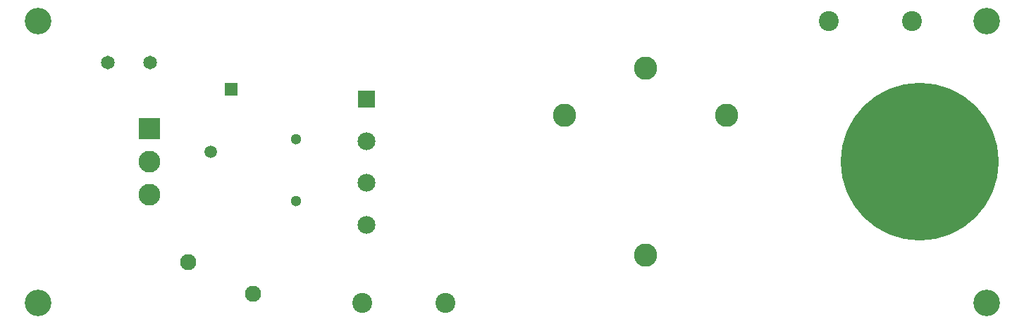
<source format=gbr>
%TF.GenerationSoftware,KiCad,Pcbnew,8.0.3*%
%TF.CreationDate,2024-08-03T11:21:45-05:00*%
%TF.ProjectId,1024A Capacitor Test PCB,31303234-4120-4436-9170-616369746f72,rev?*%
%TF.SameCoordinates,PX4a62f80PY7459280*%
%TF.FileFunction,Soldermask,Top*%
%TF.FilePolarity,Negative*%
%FSLAX46Y46*%
G04 Gerber Fmt 4.6, Leading zero omitted, Abs format (unit mm)*
G04 Created by KiCad (PCBNEW 8.0.3) date 2024-08-03 11:21:45*
%MOMM*%
%LPD*%
G01*
G04 APERTURE LIST*
%ADD10C,3.200000*%
%ADD11C,2.800000*%
%ADD12C,19.000000*%
%ADD13C,2.400000*%
%ADD14R,1.515000X1.515000*%
%ADD15C,1.515000*%
%ADD16C,1.950000*%
%ADD17R,2.625000X2.625000*%
%ADD18C,2.625000*%
%ADD19C,1.650000*%
%ADD20C,1.300000*%
%ADD21R,2.145000X2.145000*%
%ADD22C,2.145000*%
G04 APERTURE END LIST*
D10*
%TO.C,H4*%
X119000000Y5000000D03*
%TD*%
%TO.C,H3*%
X119000000Y39000000D03*
%TD*%
%TO.C,H2*%
X5000000Y5000000D03*
%TD*%
%TO.C,H1*%
X5000000Y39000000D03*
%TD*%
D11*
%TO.C,C2*%
X78000000Y33250000D03*
X78000000Y10750000D03*
X87742786Y27625000D03*
X68257214Y27625000D03*
%TD*%
D12*
%TO.C,TP5*%
X111000000Y22000000D03*
%TD*%
D13*
%TO.C,TP4*%
X54000000Y5000000D03*
%TD*%
%TO.C,TP3*%
X44000000Y5000000D03*
%TD*%
%TO.C,TP2*%
X110000000Y39000000D03*
%TD*%
%TO.C,TP1*%
X100000000Y39000000D03*
%TD*%
D14*
%TO.C,RV1*%
X28250000Y30750000D03*
D15*
X25750000Y23250000D03*
%TD*%
D16*
%TO.C,RT1*%
X23100000Y9910000D03*
X30900000Y6090000D03*
%TD*%
D17*
%TO.C,J1*%
X18450000Y26000000D03*
D18*
X18450000Y22040000D03*
X18450000Y18080000D03*
%TD*%
D19*
%TO.C,F1*%
X13460000Y34000000D03*
X18540000Y34000000D03*
%TD*%
D20*
%TO.C,C1*%
X36000000Y24750000D03*
X36000000Y17250000D03*
%TD*%
D21*
%TO.C,BR1*%
X44525000Y29575000D03*
D22*
X44525000Y24525000D03*
X44525000Y19475000D03*
X44525000Y14425000D03*
%TD*%
M02*

</source>
